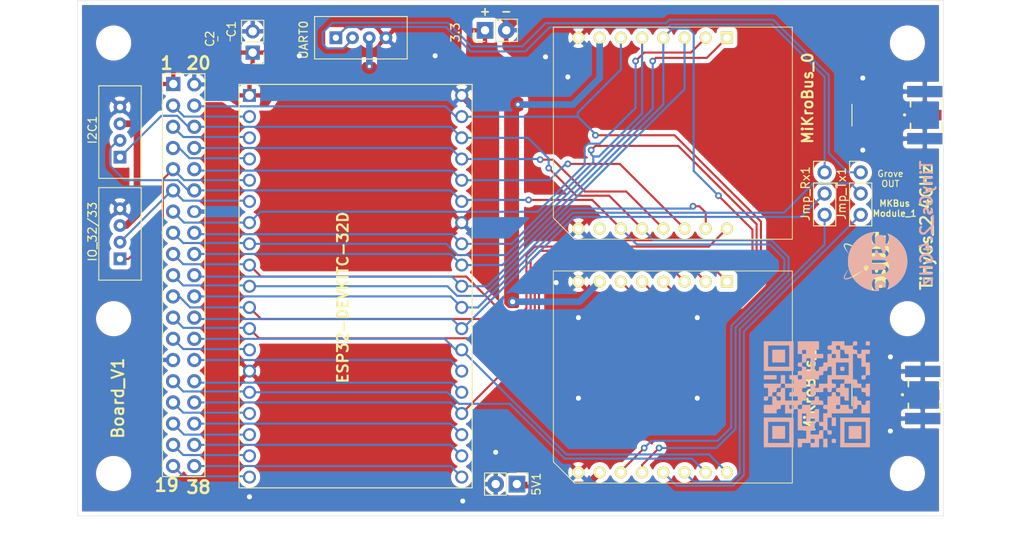
<source format=kicad_pcb>
(kicad_pcb (version 20171130) (host pcbnew "(5.1.10)-1")
  (title_block (title Carte_ESP_MiKroBus_V1))
  (layers (0 F.Cu signal) (31 B.Cu signal) (34 B.Paste user) (35 F.Paste user) (36 B.SilkS user) (37 F.SilkS user) (38 B.Mask user) (39 F.Mask user) (44 Edge.Cuts user))
  (net 0 "")
  (net 1 +3V3)
  (net 2 GNDREF)
  (net 3 /19)
  (net 4 /18)
  (net 5 /17)
  (net 6 /16)
  (net 7 /4)
  (net 8 /3)
  (net 9 /2)
  (net 10 /38)
  (net 11 /37)
  (net 12 /36)
  (net 13 NSS_1)
  (net 14 NSS_0)
  (net 15 SCK_0)
  (net 16 MISO_0)
  (net 17 I2C_SDA)
  (net 18 I2C_SCL)
  (net 19 MOSI_0)
  (net 20 "Net-(SMA_1-Pad1)")
  (net 21 "Net-(SMA_2-Pad1)")
  (net 22 UART0_Rx)
  (net 23 UART0_Tx)
  (net 24 UART2_Rx)
  (net 25 UART2_Tx)
  (net 26 UART2_Rx_MiKroBus)
  (net 27 UART2_Rx_grove)
  (net 28 UART2_Tx_MiKroBus)
  (net 29 UART2_Tx_grove)
  (net 30 PWM_1)
  (net 31 INT_0)
  (net 32 INT_1)
  (net 33 PWM_0)
  (net 34 AN_0)
  (net 35 AN_1)
  (net 36 "Net-(MiKroBus_0-Pad15)")
  (net 37 +5V)
  (net 38 /34)
  (net 39 /33)
  (net 40 IN35)
  (net 41 IN34)
  (net 42 /13)
  (net 43 Reset_1)
  (net 44 Reset_0)
  (module MIKROE-924:MIKROE924 (layer F.Cu) (at 121.412 50.673 270)
    (fp_text reference MiKroBus_1 (at 12.573 -9.906 90) (layer F.SilkS) (effects (font (size 1.27 1.27) (thickness 0.254))))
    (fp_text value MIKROE-924 hide)
    (pad 16 thru_hole circle (at 22.86 17.78) (size 1.445 1.445) (drill 0.889) (layers *.Cu *.Mask F.SilkS) (net 2 GNDREF))
    (pad 15 thru_hole circle (at 22.86 15.24) (size 1.445 1.445) (drill 0.889) (layers *.Cu *.Mask F.SilkS) (net 37 +5V))
    (pad 14 thru_hole circle (at 22.86 12.7) (size 1.445 1.445) (drill 0.889) (layers *.Cu *.Mask F.SilkS) (net 17 I2C_SDA))
    (pad 13 thru_hole circle (at 22.86 10.16) (size 1.445 1.445) (drill 0.889) (layers *.Cu *.Mask F.SilkS) (net 18 I2C_SCL))
    (pad 12 thru_hole circle (at 22.86 7.62) (size 1.445 1.445) (drill 0.889) (layers *.Cu *.Mask F.SilkS) (net 28 UART2_Tx_MiKroBus))
    (pad 11 thru_hole circle (at 22.86 5.08) (size 1.445 1.445) (drill 0.889) (layers *.Cu *.Mask F.SilkS) (net 26 UART2_Rx_MiKroBus))
    (pad 10 thru_hole circle (at 22.86 2.54) (size 1.445 1.445) (drill 0.889) (layers *.Cu *.Mask F.SilkS) (net 32 INT_1))
    (pad 9 thru_hole circle (at 22.86 0) (size 1.445 1.445) (drill 0.889) (layers *.Cu *.Mask F.SilkS) (net 30 PWM_1))
    (pad 8 thru_hole circle (at 0 17.78) (size 1.445 1.445) (drill 0.889) (layers *.Cu *.Mask F.SilkS) (net 2 GNDREF))
    (pad 7 thru_hole circle (at 0 15.24) (size 1.445 1.445) (drill 0.889) (layers *.Cu *.Mask F.SilkS) (net 1 +3V3))
    (pad 6 thru_hole circle (at 0 12.7) (size 1.445 1.445) (drill 0.889) (layers *.Cu *.Mask F.SilkS) (net 19 MOSI_0))
    (pad 5 thru_hole circle (at 0 10.16) (size 1.445 1.445) (drill 0.889) (layers *.Cu *.Mask F.SilkS) (net 16 MISO_0))
    (pad 4 thru_hole circle (at 0 7.62) (size 1.445 1.445) (drill 0.889) (layers *.Cu *.Mask F.SilkS) (net 15 SCK_0))
    (pad 3 thru_hole circle (at 0 5.08) (size 1.445 1.445) (drill 0.889) (layers *.Cu *.Mask F.SilkS) (net 13 NSS_1))
    (pad 2 thru_hole circle (at 0 2.54) (size 1.445 1.445) (drill 0.889) (layers *.Cu *.Mask F.SilkS) (net 43 Reset_1))
    (pad 1 thru_hole rect (at 0 0) (size 1.445 1.445) (drill 0.889) (layers *.Cu *.Mask F.SilkS) (net 35 AN_1))
  )
  (module MIKROE-924:MIKROE924 (layer F.Cu) (at 121.412 21.463 270)
    (fp_text reference MiKroBus_0 (at 7.239 -9.652 90) (layer F.SilkS) (effects (font (size 1.27 1.27) (thickness 0.254))))
    (fp_text value MIKROE-924 hide)
    (pad 1 thru_hole rect (at 0 0) (size 1.445 1.445) (drill 0.889) (layers *.Cu *.Mask F.SilkS) (net 34 AN_0))
    (pad 2 thru_hole circle (at 0 2.54) (size 1.445 1.445) (drill 0.889) (layers *.Cu *.Mask F.SilkS) (net 44 Reset_0))
    (pad 3 thru_hole circle (at 0 5.08) (size 1.445 1.445) (drill 0.889) (layers *.Cu *.Mask F.SilkS) (net 14 NSS_0))
    (pad 4 thru_hole circle (at 0 7.62) (size 1.445 1.445) (drill 0.889) (layers *.Cu *.Mask F.SilkS) (net 15 SCK_0))
    (pad 5 thru_hole circle (at 0 10.16) (size 1.445 1.445) (drill 0.889) (layers *.Cu *.Mask F.SilkS) (net 16 MISO_0))
    (pad 6 thru_hole circle (at 0 12.7) (size 1.445 1.445) (drill 0.889) (layers *.Cu *.Mask F.SilkS) (net 19 MOSI_0))
    (pad 7 thru_hole circle (at 0 15.24) (size 1.445 1.445) (drill 0.889) (layers *.Cu *.Mask F.SilkS) (net 1 +3V3))
    (pad 8 thru_hole circle (at 0 17.78) (size 1.445 1.445) (drill 0.889) (layers *.Cu *.Mask F.SilkS) (net 2 GNDREF))
    (pad 9 thru_hole circle (at 22.86 0) (size 1.445 1.445) (drill 0.889) (layers *.Cu *.Mask F.SilkS) (net 33 PWM_0))
    (pad 10 thru_hole circle (at 22.86 2.54) (size 1.445 1.445) (drill 0.889) (layers *.Cu *.Mask F.SilkS) (net 31 INT_0))
    (pad 11 thru_hole circle (at 22.86 5.08) (size 1.445 1.445) (drill 0.889) (layers *.Cu *.Mask F.SilkS) (net 22 UART0_Rx))
    (pad 12 thru_hole circle (at 22.86 7.62) (size 1.445 1.445) (drill 0.889) (layers *.Cu *.Mask F.SilkS) (net 23 UART0_Tx))
    (pad 13 thru_hole circle (at 22.86 10.16) (size 1.445 1.445) (drill 0.889) (layers *.Cu *.Mask F.SilkS) (net 18 I2C_SCL))
    (pad 14 thru_hole circle (at 22.86 12.7) (size 1.445 1.445) (drill 0.889) (layers *.Cu *.Mask F.SilkS) (net 17 I2C_SDA))
    (pad 15 thru_hole circle (at 22.86 15.24) (size 1.445 1.445) (drill 0.889) (layers *.Cu *.Mask F.SilkS) (net 36 "Net-(MiKroBus_0-Pad15)"))
    (pad 16 thru_hole circle (at 22.86 17.78) (size 1.445 1.445) (drill 0.889) (layers *.Cu *.Mask F.SilkS) (net 2 GNDREF))
  )
  (module Logos-image:QRCode_ThingSat_14.5x14.5 (layer B.Cu) (at 132.207 64.135)
    (fp_text reference G*** hide)
    (fp_text value LOGO hide)
  )
  (module Capacitor_SMD:C_0805_2012Metric_Pad1.18x1.45mm_HandSolder (layer F.Cu) (at 61.214 21.59 90)
    (fp_text reference C2 (at 0 -1.68 90) (layer F.SilkS))
    (fp_text value C)
    (pad 2 smd roundrect (at 1.0375 0 90) (size 1.175 1.45) (layers F.Cu F.Paste F.Mask) (roundrect_rratio 0.2127659574468085) (net 2 GNDREF))
    (pad 1 smd roundrect (at -1.0375 0 90) (size 1.175 1.45) (layers F.Cu F.Paste F.Mask) (roundrect_rratio 0.2127659574468085) (net 1 +3V3))
  )
  (module ESP32-DEVKITC-32D:MODULE_ESP32-DEVKITC-V4-32D (layer F.Cu) (at 76.962 48.133)
    (fp_text reference U1 hide)
    (fp_text value ESP32-DEVKITC-32D (at -1.524 4.445 90) (layer F.SilkS) (effects (font (size 1.27 1.27) (thickness 0.254))))
    (pad 1 thru_hole rect (at -12.7 -19.76) (size 1.56 1.56) (drill 1.04) (layers *.Cu *.Mask) (net 1 +3V3))
    (pad 2 thru_hole circle (at -12.7 -17.22) (size 1.56 1.56) (drill 1.04) (layers *.Cu *.Mask) (net 9 /2))
    (pad 19 thru_hole circle (at -12.7 25.96) (size 1.56 1.56) (drill 1.04) (layers *.Cu *.Mask) (net 3 /19))
    (pad 3 thru_hole circle (at -12.7 -14.68) (size 1.56 1.56) (drill 1.04) (layers *.Cu *.Mask) (net 8 /3))
    (pad 4 thru_hole circle (at -12.7 -12.14) (size 1.56 1.56) (drill 1.04) (layers *.Cu *.Mask) (net 7 /4))
    (pad 5 thru_hole circle (at -12.7 -9.6) (size 1.56 1.56) (drill 1.04) (layers *.Cu *.Mask) (net 41 IN34))
    (pad 6 thru_hole circle (at -12.7 -7.06) (size 1.56 1.56) (drill 1.04) (layers *.Cu *.Mask) (net 40 IN35))
    (pad 7 thru_hole circle (at -12.7 -4.52) (size 1.56 1.56) (drill 1.04) (layers *.Cu *.Mask) (net 44 Reset_0))
    (pad 8 thru_hole circle (at -12.7 -1.98) (size 1.56 1.56) (drill 1.04) (layers *.Cu *.Mask) (net 34 AN_0))
    (pad 9 thru_hole circle (at -12.7 0.56) (size 1.56 1.56) (drill 1.04) (layers *.Cu *.Mask) (net 33 PWM_0))
    (pad 10 thru_hole circle (at -12.7 3.1) (size 1.56 1.56) (drill 1.04) (layers *.Cu *.Mask) (net 31 INT_0))
    (pad 11 thru_hole circle (at -12.7 5.64) (size 1.56 1.56) (drill 1.04) (layers *.Cu *.Mask) (net 35 AN_1))
    (pad 12 thru_hole circle (at -12.7 8.18) (size 1.56 1.56) (drill 1.04) (layers *.Cu *.Mask) (net 43 Reset_1))
    (pad 13 thru_hole circle (at -12.7 10.72) (size 1.56 1.56) (drill 1.04) (layers *.Cu *.Mask) (net 42 /13))
    (pad 14 thru_hole circle (at -12.7 13.26) (size 1.56 1.56) (drill 1.04) (layers *.Cu *.Mask) (net 2 GNDREF))
    (pad 15 thru_hole circle (at -12.7 15.8) (size 1.56 1.56) (drill 1.04) (layers *.Cu *.Mask) (net 32 INT_1))
    (pad 16 thru_hole circle (at -12.7 18.34) (size 1.56 1.56) (drill 1.04) (layers *.Cu *.Mask) (net 6 /16))
    (pad 17 thru_hole circle (at -12.7 20.88) (size 1.56 1.56) (drill 1.04) (layers *.Cu *.Mask) (net 5 /17))
    (pad 18 thru_hole circle (at -12.7 23.42) (size 1.56 1.56) (drill 1.04) (layers *.Cu *.Mask) (net 4 /18))
    (pad 20 thru_hole circle (at 12.7 -19.76) (size 1.56 1.56) (drill 1.04) (layers *.Cu *.Mask) (net 2 GNDREF))
    (pad 21 thru_hole circle (at 12.7 -17.22) (size 1.56 1.56) (drill 1.04) (layers *.Cu *.Mask) (net 19 MOSI_0))
    (pad 22 thru_hole circle (at 12.7 -14.68) (size 1.56 1.56) (drill 1.04) (layers *.Cu *.Mask) (net 18 I2C_SCL))
    (pad 23 thru_hole circle (at 12.7 -12.14) (size 1.56 1.56) (drill 1.04) (layers *.Cu *.Mask) (net 23 UART0_Tx))
    (pad 24 thru_hole circle (at 12.7 -9.6) (size 1.56 1.56) (drill 1.04) (layers *.Cu *.Mask) (net 22 UART0_Rx))
    (pad 25 thru_hole circle (at 12.7 -7.06) (size 1.56 1.56) (drill 1.04) (layers *.Cu *.Mask) (net 17 I2C_SDA))
    (pad 26 thru_hole circle (at 12.7 -4.52) (size 1.56 1.56) (drill 1.04) (layers *.Cu *.Mask) (net 2 GNDREF))
    (pad 27 thru_hole circle (at 12.7 -1.98) (size 1.56 1.56) (drill 1.04) (layers *.Cu *.Mask) (net 16 MISO_0))
    (pad 28 thru_hole circle (at 12.7 0.56) (size 1.56 1.56) (drill 1.04) (layers *.Cu *.Mask) (net 15 SCK_0))
    (pad 29 thru_hole circle (at 12.7 3.1) (size 1.56 1.56) (drill 1.04) (layers *.Cu *.Mask) (net 14 NSS_0))
    (pad 30 thru_hole circle (at 12.7 5.64) (size 1.56 1.56) (drill 1.04) (layers *.Cu *.Mask) (net 25 UART2_Tx))
    (pad 31 thru_hole circle (at 12.7 8.18) (size 1.56 1.56) (drill 1.04) (layers *.Cu *.Mask) (net 24 UART2_Rx))
    (pad 32 thru_hole circle (at 12.7 10.72) (size 1.56 1.56) (drill 1.04) (layers *.Cu *.Mask) (net 30 PWM_1))
    (pad 33 thru_hole circle (at 12.7 13.26) (size 1.56 1.56) (drill 1.04) (layers *.Cu *.Mask) (net 39 /33))
    (pad 34 thru_hole circle (at 12.7 15.8) (size 1.56 1.56) (drill 1.04) (layers *.Cu *.Mask) (net 38 /34))
    (pad 35 thru_hole circle (at 12.7 18.34) (size 1.56 1.56) (drill 1.04) (layers *.Cu *.Mask) (net 13 NSS_1))
    (pad 36 thru_hole circle (at 12.7 20.88) (size 1.56 1.56) (drill 1.04) (layers *.Cu *.Mask) (net 12 /36))
    (pad 37 thru_hole circle (at 12.7 23.42) (size 1.56 1.56) (drill 1.04) (layers *.Cu *.Mask) (net 11 /37))
    (pad 38 thru_hole circle (at 12.7 25.96) (size 1.56 1.56) (drill 1.04) (layers *.Cu *.Mask) (net 10 /38))
  )
  (module Connector_PinHeader_2.54mm:PinHeader_1x02_P2.54mm_Vertical (layer F.Cu) (at 96.266 74.93 270)
    (fp_text reference 5V1 (at 0 -2.33 90) (layer F.SilkS))
    (fp_text value Conn_01x02)
    (pad 2 thru_hole oval (at 0 2.54 270) (size 2 2) (drill 1) (layers *.Cu *.Mask) (net 2 GNDREF))
    (pad 1 thru_hole rect (at 0 0 270) (size 2 2) (drill 1) (layers *.Cu *.Mask) (net 37 +5V))
  )
  (module Connector_PinHeader_2.54mm:PinHeader_1x02_P2.54mm_Vertical (layer F.Cu) (at 64.643 23.241 180)
    (fp_text reference C1 (at 2.54 2.794 90) (layer F.SilkS))
    (fp_text value C)
    (pad 2 thru_hole oval (at 0 2.54 180) (size 1.7 1.7) (drill 1) (layers *.Cu *.Mask) (net 2 GNDREF))
    (pad 1 thru_hole rect (at 0 0 180) (size 1.7 1.7) (drill 1) (layers *.Cu *.Mask) (net 1 +3V3))
  )
  (module Grove:Grove_4pin-2.00mm (layer F.Cu) (at 46.228 44.958 90)
    (fp_text reference IO_32/33 (at 0.254 -0.762 90) (layer F.SilkS))
    (fp_text value Grove)
    (pad 4 thru_hole circle (at 3 2.54 90) (size 1.524 1.524) (drill 0.762) (layers *.Cu *.Mask) (net 2 GNDREF))
    (pad 3 thru_hole circle (at 1 2.54 90) (size 1.524 1.524) (drill 0.762) (layers *.Cu *.Mask) (net 1 +3V3))
    (pad 1 thru_hole rect (at -3 2.54 90) (size 1.524 1.524) (drill 0.762) (layers *.Cu *.Mask) (net 41 IN34))
    (pad 2 thru_hole circle (at -1 2.54 90) (size 1.524 1.524) (drill 0.762) (layers *.Cu *.Mask) (net 40 IN35))
  )
  (module Connector_PinHeader_2.54mm:PinHeader_1x03_P2.54mm_Vertical (layer F.Cu) (at 137.414 37.592)
    (fp_text reference Jmp_Tx1 (at -2.286 2.54 90) (layer F.SilkS))
    (fp_text value Jumper_NC_Dual)
    (pad 3 thru_hole circle (at 0 5.08) (size 1.7 1.7) (drill 1) (layers *.Cu *.Mask) (net 28 UART2_Tx_MiKroBus))
    (pad 2 thru_hole circle (at 0 2.54) (size 1.7 1.7) (drill 1) (layers *.Cu *.Mask) (net 25 UART2_Tx))
    (pad 1 thru_hole circle (at 0 0) (size 1.7 1.7) (drill 1) (layers *.Cu *.Mask) (net 29 UART2_Tx_grove))
  )
  (module "test connecteur:conn_2x19_2.54mm_top_bot" (layer F.Cu) (at 52.578 24.511)
    (fp_text reference Connector_2x19)
    (fp_text value Conn_02x19_Top_Bottom)
    (pad 24 thru_hole oval (at 5.08 12.7) (size 1.7 1.7) (drill 1) (layers *.Cu *.Mask) (net 22 UART0_Rx))
    (pad 23 thru_hole oval (at 5.08 10.16) (size 1.7 1.7) (drill 1) (layers *.Cu *.Mask) (net 23 UART0_Tx))
    (pad 38 thru_hole oval (at 5.08 48.26) (size 1.7 1.7) (drill 1) (layers *.Cu *.Mask) (net 10 /38))
    (pad 37 thru_hole oval (at 5.08 45.72) (size 1.7 1.7) (drill 1) (layers *.Cu *.Mask) (net 11 /37))
    (pad 36 thru_hole oval (at 5.08 43.18) (size 1.7 1.7) (drill 1) (layers *.Cu *.Mask) (net 12 /36))
    (pad 35 thru_hole oval (at 5.08 40.64) (size 1.7 1.7) (drill 1) (layers *.Cu *.Mask) (net 13 NSS_1))
    (pad 34 thru_hole oval (at 5.08 38.1) (size 1.7 1.7) (drill 1) (layers *.Cu *.Mask) (net 38 /34))
    (pad 33 thru_hole oval (at 5.08 35.56) (size 1.7 1.7) (drill 1) (layers *.Cu *.Mask) (net 39 /33))
    (pad 32 thru_hole oval (at 5.08 33.02) (size 1.7 1.7) (drill 1) (layers *.Cu *.Mask) (net 30 PWM_1))
    (pad 31 thru_hole oval (at 5.08 30.48) (size 1.7 1.7) (drill 1) (layers *.Cu *.Mask) (net 24 UART2_Rx))
    (pad 30 thru_hole oval (at 5.08 27.94) (size 1.7 1.7) (drill 1) (layers *.Cu *.Mask) (net 25 UART2_Tx))
    (pad 29 thru_hole oval (at 5.08 25.4) (size 1.7 1.7) (drill 1) (layers *.Cu *.Mask) (net 14 NSS_0))
    (pad 28 thru_hole oval (at 5.08 22.86) (size 1.7 1.7) (drill 1) (layers *.Cu *.Mask) (net 15 SCK_0))
    (pad 27 thru_hole oval (at 5.08 20.32) (size 1.7 1.7) (drill 1) (layers *.Cu *.Mask) (net 16 MISO_0))
    (pad 26 thru_hole oval (at 5.08 17.78) (size 1.7 1.5) (drill 1) (layers *.Cu *.Mask) (net 2 GNDREF))
    (pad 25 thru_hole oval (at 5.08 15.24) (size 1.7 1.7) (drill 1) (layers *.Cu *.Mask) (net 17 I2C_SDA))
    (pad 22 thru_hole oval (at 5.08 7.62) (size 1.7 1.7) (drill 1) (layers *.Cu *.Mask) (net 18 I2C_SCL))
    (pad 21 thru_hole oval (at 5.08 5.08) (size 1.7 1.7) (drill 1) (layers *.Cu *.Mask) (net 19 MOSI_0))
    (pad 20 thru_hole oval (at 5.08 2.54) (size 1.7 1.7) (drill 1) (layers *.Cu *.Mask) (net 2 GNDREF))
    (pad 19 thru_hole oval (at 2.54 48.26) (size 1.7 1.7) (drill 1) (layers *.Cu *.Mask) (net 3 /19))
    (pad 18 thru_hole oval (at 2.54 45.72) (size 1.7 1.7) (drill 1) (layers *.Cu *.Mask) (net 4 /18))
    (pad 17 thru_hole oval (at 2.54 43.18) (size 1.7 1.7) (drill 1) (layers *.Cu *.Mask) (net 5 /17))
    (pad 16 thru_hole oval (at 2.54 40.64) (size 1.7 1.7) (drill 1) (layers *.Cu *.Mask) (net 6 /16))
    (pad 15 thru_hole oval (at 2.54 38.1) (size 1.7 1.7) (drill 1) (layers *.Cu *.Mask) (net 32 INT_1))
    (pad 14 thru_hole oval (at 2.54 35.56) (size 1.7 1.7) (drill 1) (layers *.Cu *.Mask) (net 2 GNDREF))
    (pad 13 thru_hole oval (at 2.54 33.02) (size 1.7 1.7) (drill 1) (layers *.Cu *.Mask) (net 42 /13))
    (pad 12 thru_hole oval (at 2.54 30.48) (size 1.7 1.7) (drill 1) (layers *.Cu *.Mask) (net 43 Reset_1))
    (pad 11 thru_hole oval (at 2.54 27.94) (size 1.7 1.7) (drill 1) (layers *.Cu *.Mask) (net 35 AN_1))
    (pad 10 thru_hole oval (at 2.54 25.4) (size 1.7 1.7) (drill 1) (layers *.Cu *.Mask) (net 31 INT_0))
    (pad 9 thru_hole oval (at 2.54 22.86) (size 1.7 1.7) (drill 1) (layers *.Cu *.Mask) (net 33 PWM_0))
    (pad 8 thru_hole oval (at 2.54 20.32) (size 1.7 1.7) (drill 1) (layers *.Cu *.Mask) (net 34 AN_0))
    (pad 7 thru_hole oval (at 2.54 17.78) (size 1.7 1.7) (drill 1) (layers *.Cu *.Mask) (net 44 Reset_0))
    (pad 6 thru_hole oval (at 2.54 15.24) (size 1.7 1.7) (drill 1) (layers *.Cu *.Mask) (net 40 IN35))
    (pad 5 thru_hole oval (at 2.54 12.7) (size 1.7 1.7) (drill 1) (layers *.Cu *.Mask) (net 41 IN34))
    (pad 4 thru_hole oval (at 2.54 10.16) (size 1.7 1.7) (drill 1) (layers *.Cu *.Mask) (net 7 /4))
    (pad 3 thru_hole oval (at 2.54 7.62) (size 1.7 1.7) (drill 1) (layers *.Cu *.Mask) (net 8 /3))
    (pad 2 thru_hole oval (at 2.54 5.08) (size 1.7 1.7) (drill 1) (layers *.Cu *.Mask) (net 9 /2))
    (pad 1 thru_hole rect (at 2.5654 2.4892) (size 1.7 1.7) (drill 1) (layers *.Cu *.Mask) (net 1 +3V3))
  )
  (module Connector_PinHeader_2.54mm:PinHeader_1x03_P2.54mm_Vertical (layer F.Cu) (at 133.096 37.592)
    (fp_text reference Jmp_Rx1 (at -2.286 2.54 90) (layer F.SilkS))
    (fp_text value Jumper_NC_Dual)
    (pad 3 thru_hole circle (at 0 5.08) (size 1.7 1.7) (drill 1) (layers *.Cu *.Mask) (net 26 UART2_Rx_MiKroBus))
    (pad 2 thru_hole circle (at 0 2.54) (size 1.7 1.7) (drill 1) (layers *.Cu *.Mask) (net 24 UART2_Rx))
    (pad 1 thru_hole circle (at 0 0) (size 1.7 1.7) (drill 1) (layers *.Cu *.Mask) (net 27 UART2_Rx_grove))
  )
  (module Grove:Grove_4pin-2.00mm (layer F.Cu) (at 77.597 18.923)
    (fp_text reference UART0 (at -6.858 2.794 270) (layer F.SilkS))
    (fp_text value Grove)
    (pad 4 thru_hole circle (at 3 2.54) (size 1.524 1.524) (drill 0.762) (layers *.Cu *.Mask) (net 2 GNDREF))
    (pad 3 thru_hole circle (at 1 2.54) (size 1.524 1.524) (drill 0.762) (layers *.Cu *.Mask) (net 1 +3V3))
    (pad 1 thru_hole rect (at -3 2.54) (size 1.524 1.524) (drill 0.762) (layers *.Cu *.Mask) (net 27 UART2_Rx_grove))
    (pad 2 thru_hole circle (at -1 2.54) (size 1.524 1.524) (drill 0.762) (layers *.Cu *.Mask) (net 29 UART2_Tx_grove))
  )
  (module Grove:Grove_4pin-2.00mm (layer F.Cu) (at 46.228 32.766 90)
    (fp_text reference I2C1 (at 0.254 -0.762 270) (layer F.SilkS))
    (fp_text value Grove)
    (pad 4 thru_hole circle (at 3 2.54 90) (size 1.524 1.524) (drill 0.762) (layers *.Cu *.Mask) (net 2 GNDREF))
    (pad 3 thru_hole circle (at 1 2.54 90) (size 1.524 1.524) (drill 0.762) (layers *.Cu *.Mask) (net 1 +3V3))
    (pad 1 thru_hole rect (at -3 2.54 90) (size 1.524 1.524) (drill 0.762) (layers *.Cu *.Mask) (net 18 I2C_SCL))
    (pad 2 thru_hole circle (at -1 2.54 90) (size 1.524 1.524) (drill 0.762) (layers *.Cu *.Mask) (net 17 I2C_SDA))
  )
  (module Connector_PinHeader_2.54mm:PinHeader_1x02_P2.54mm_Vertical (layer F.Cu) (at 92.456 20.574 90)
    (fp_text reference 3.3 (at -0.254 -3.556 90) (layer F.SilkS))
    (fp_text value Conn_01x02)
    (pad 2 thru_hole oval (at 0 2.54 90) (size 2 2) (drill 1) (layers *.Cu *.Mask) (net 2 GNDREF))
    (pad 1 thru_hole rect (at 0 0 90) (size 2 2) (drill 1) (layers *.Cu *.Mask) (net 1 +3V3))
  )
  (module MountingHole:MountingHole_3.2mm_M3 (layer F.Cu) (at 48.006 55.118)
    (fp_text reference REF**)
    (fp_text value MountingHole_3.2mm_M3)
    (pad 1 np_thru_hole circle (at 0 0) (size 3.2 3.2) (drill 3.2) (layers *.Cu *.Mask))
  )
  (module MountingHole:MountingHole_3.2mm_M3 (layer F.Cu) (at 143.002 55.118)
    (fp_text reference REF**)
    (fp_text value MountingHole_3.2mm_M3)
    (pad 1 np_thru_hole circle (at 0 0) (size 3.2 3.2) (drill 3.2) (layers *.Cu *.Mask))
  )
  (module Logos-image:Image-Csug_10x10 (layer B.Cu) (at 139.192 48.26 270)
    (fp_text reference G*** hide)
    (fp_text value LOGO hide)
  )
  (module Logos-image:Image-Csug_10x10 (layer F.Cu) (at 139.192 48.26 90)
    (fp_text reference G*** hide)
    (fp_text value LOGO hide)
  )
  (module MountingHole:MountingHole_3.2mm_M3 (layer F.Cu) (at 48.006 22.098)
    (fp_text reference REF** hide)
    (fp_text value MountingHole_3.2mm_M3)
    (pad 1 np_thru_hole circle (at 0 0) (size 3.2 3.2) (drill 3.2) (layers *.Cu *.Mask))
  )
  (module MountingHole:MountingHole_3.2mm_M3 (layer F.Cu) (at 48.006 73.66)
    (fp_text reference REF**)
    (fp_text value MountingHole_3.2mm_M3)
    (pad 1 np_thru_hole circle (at 0 0) (size 3.2 3.2) (drill 3.2) (layers *.Cu *.Mask))
  )
  (module MountingHole:MountingHole_3.2mm_M3 (layer F.Cu) (at 143.002 73.66)
    (fp_text reference REF**)
    (fp_text value MountingHole_3.2mm_M3)
    (pad 1 np_thru_hole circle (at 0 0) (size 3.2 3.2) (drill 3.2) (layers *.Cu *.Mask))
  )
  (module MountingHole:MountingHole_3.2mm_M3 (layer F.Cu) (at 143.002 22.098)
    (fp_text reference REF**)
    (fp_text value MountingHole_3.2mm_M3)
    (pad 1 np_thru_hole circle (at 0 0) (size 3.2 3.2) (drill 3.2) (layers *.Cu *.Mask))
  )
  (module "U:HRS_U.FL-R-SMT(01)" (layer F.Cu) (at 137.668 30.734 90)
    (fp_text reference UFL_2)
    (fp_text value "U.FL-R-SMT(01)")
    (pad 3 smd rect (at 0 1.55 90) (size 1.05 1.1) (layers F.Cu F.Paste F.Mask) (net 21 "Net-(SMA_2-Pad1)"))
    (pad 2 smd rect (at 1.475 0 90) (size 1.1 2.25) (layers F.Cu F.Paste F.Mask) (net 2 GNDREF))
    (pad 1 smd rect (at -1.475 0 90) (size 1.1 2.25) (layers F.Cu F.Paste F.Mask) (net 2 GNDREF))
  )
  (module "U:HRS_U.FL-R-SMT(01)" (layer F.Cu) (at 137.668 64.262 90)
    (fp_text reference UFL_1)
    (fp_text value "U.FL-R-SMT(01)")
    (pad 3 smd rect (at 0 1.55 90) (size 1.05 1.1) (layers F.Cu F.Paste F.Mask) (net 20 "Net-(SMA_1-Pad1)"))
    (pad 2 smd rect (at 1.475 0 90) (size 1.1 2.25) (layers F.Cu F.Paste F.Mask) (net 2 GNDREF))
    (pad 1 smd rect (at -1.475 0 90) (size 1.1 2.25) (layers F.Cu F.Paste F.Mask) (net 2 GNDREF))
  )
  (module SMA-J-P-H-ST-EM1:SAMTEC_SMA-J-P-H-ST-EM1 (layer F.Cu) (at 145.288 30.734 90)
    (fp_text reference SMA_2)
    (fp_text value SMA-J-P-H-ST-EM1)
    (pad 3_2 smd rect (at 2.825 -0.2 90) (size 1.35 4.2) (layers B.Cu B.Paste B.Mask) (net 2 GNDREF))
    (pad 2_2 smd rect (at -2.825 -0.2 90) (size 1.35 4.2) (layers B.Cu B.Paste B.Mask) (net 2 GNDREF))
    (pad 3_1 smd rect (at 2.825 -0.2 90) (size 1.35 4.2) (layers F.Cu F.Paste F.Mask) (net 2 GNDREF))
    (pad 2_1 smd rect (at -2.825 -0.2 90) (size 1.35 4.2) (layers F.Cu F.Paste F.Mask) (net 2 GNDREF))
    (pad 1 smd rect (at 0 0 90) (size 1.27 3.6) (layers F.Cu F.Paste F.Mask) (net 21 "Net-(SMA_2-Pad1)"))
  )
  (module SMA-J-P-H-ST-EM1:SAMTEC_SMA-J-P-H-ST-EM1 (layer F.Cu) (at 145.034 64.262 90)
    (fp_text reference SMA_1)
    (fp_text value SMA-J-P-H-ST-EM1)
    (pad 3_2 smd rect (at 2.825 -0.2 90) (size 1.35 4.2) (layers B.Cu B.Paste B.Mask) (net 2 GNDREF))
    (pad 2_2 smd rect (at -2.825 -0.2 90) (size 1.35 4.2) (layers B.Cu B.Paste B.Mask) (net 2 GNDREF))
    (pad 3_1 smd rect (at 2.825 -0.2 90) (size 1.35 4.2) (layers F.Cu F.Paste F.Mask) (net 2 GNDREF))
    (pad 2_1 smd rect (at -2.825 -0.2 90) (size 1.35 4.2) (layers F.Cu F.Paste F.Mask) (net 2 GNDREF))
    (pad 1 smd rect (at 0 0 90) (size 1.27 3.6) (layers F.Cu F.Paste F.Mask) (net 20 "Net-(SMA_1-Pad1)"))
  )
  (gr_text Board_V1 (at 48.514 64.643 90) (layer F.SilkS) (effects (font (size 1.4 1.4) (thickness 0.25))))
  (gr_text "MKBus\nModule_1" (at 141.478 41.91) (layer F.SilkS) (effects (font (size 0.75 0.75))))
  (gr_text "Grove\nOUT\n" (at 140.97 38.354) (layer F.SilkS) (effects (font (size 0.75 0.75) (thickness 0.125))))
  (gr_text + (at 92.456 18.288) (layer F.SilkS) (effects (font (size 1 1) (thickness 0.2))))
  (gr_text - (at 94.996 18.288) (layer F.SilkS) (effects (font (size 1 1) (thickness 0.2))))
  (gr_text 1 (at 54.356 24.511) (layer F.SilkS) (effects (font (size 1.5 1.5) (thickness 0.3))))
  (gr_text 38 (at 58.166 75.311) (layer F.SilkS) (effects (font (size 1.5 1.5) (thickness 0.3))))
  (gr_text 19 (at 54.356 75.057) (layer F.SilkS) (effects (font (size 1.5 1.5) (thickness 0.3))))
  (gr_text 20 (at 58.166 24.511) (layer F.SilkS) (effects (font (size 1.5 1.5) (thickness 0.3))))
  (gr_line (start 43.688 78.74) (end 43.688 17.018) (layer Edge.Cuts) (width 0.05))
  (gr_text TinyGs_2.4GHz (at 145.288 43.688 90) (layer B.SilkS) (effects (font (size 1.4 1.4) (thickness 0.25)) (justify mirror)))
  (gr_text TinyGs_2.4GHz (at 145.288 44.196 90) (layer F.SilkS) (effects (font (size 1.4 1.4) (thickness 0.25))))
  (gr_line (start 43.688 17.018) (end 147.32 17.018) (layer Edge.Cuts) (width 0.05))
  (gr_line (start 147.32 78.74) (end 43.688 78.74) (layer Edge.Cuts) (width 0.05))
  (gr_line (start 147.32 17.018) (end 147.32 78.74) (layer Edge.Cuts) (width 0.05))
  (via (at 95.758 53.086) (size 1.2) (drill 0.6) (layers F.Cu B.Cu) (net 1))
  (segment (start 106.13384 50.673) (end 106.172 50.673) (width 0.8) (layer B.Cu) (net 1))
  (via (at 78.613 24.892) (size 0.8) (drill 0.4) (layers F.Cu B.Cu) (net 1))
  (segment (start 48.768 43.958) (end 49.514 43.958) (width 0.8) (layer F.Cu) (net 1))
  (segment (start 49.514 43.958) (end 50.8 42.672) (width 0.8) (layer F.Cu) (net 1))
  (segment (start 50.8 42.672) (end 50.8 31.75) (width 0.8) (layer F.Cu) (net 1))
  (segment (start 50.8 31.75) (end 53.34 29.21) (width 0.8) (layer F.Cu) (net 1))
  (segment (start 53.34 29.21) (end 53.34 27.686) (width 0.8) (layer F.Cu) (net 1))
  (segment (start 50.784 31.766) (end 50.8 31.75) (width 0.8) (layer F.Cu) (net 1))
  (segment (start 48.768 31.766) (end 50.784 31.766) (width 0.8) (layer F.Cu) (net 1))
  (segment (start 103.759 53.086) (end 106.172 50.673) (width 0.8) (layer B.Cu) (net 1))
  (segment (start 95.758 53.086) (end 103.759 53.086) (width 0.8) (layer B.Cu) (net 1))
  (segment (start 78.613 21.479) (end 78.597 21.463) (width 0.8) (layer B.Cu) (net 1))
  (segment (start 78.613 24.892) (end 78.613 21.479) (width 0.8) (layer B.Cu) (net 1))
  (segment (start 106.172 21.463) (end 106.172 26.289) (width 0.8) (layer B.Cu) (net 1))
  (via (at 96.393 29.464) (size 0.8) (drill 0.4) (layers F.Cu B.Cu) (net 1))
  (segment (start 102.993999 29.467001) (end 96.396001 29.467001) (width 0.8) (layer B.Cu) (net 1))
  (segment (start 96.396001 29.467001) (end 96.393 29.464) (width 0.8) (layer B.Cu) (net 1))
  (segment (start 106.172 26.289) (end 102.993999 29.467001) (width 0.8) (layer B.Cu) (net 1))
  (via (at 140.97 68.58) (size 1.2) (drill 0.6) (layers F.Cu B.Cu) (net 2))
  (via (at 137.668 26.289) (size 1.2) (drill 0.6) (layers F.Cu B.Cu) (net 2))
  (segment (start 89.61 28.321) (end 89.662 28.373) (width 0.8) (layer B.Cu) (net 2))
  (segment (start 64.142001 61.512999) (end 64.262 61.393) (width 0.25) (layer F.Cu) (net 2))
  (segment (start 64.231999 61.423001) (end 64.262 61.393) (width 0.25) (layer B.Cu) (net 2))
  (segment (start 64.165001 61.296001) (end 64.262 61.393) (width 0.25) (layer B.Cu) (net 2))
  (segment (start 91.242001 42.032999) (end 89.662 43.613) (width 0.8) (layer F.Cu) (net 2))
  (segment (start 91.242001 29.953001) (end 91.242001 42.032999) (width 0.8) (layer F.Cu) (net 2))
  (segment (start 89.662 28.373) (end 91.242001 29.953001) (width 0.8) (layer F.Cu) (net 2))
  (segment (start 94.996 20.574) (end 94.996 19.371919) (width 0.8) (layer F.Cu) (net 2))
  (segment (start 94.708041 19.083959) (end 96.299959 19.083959) (width 0.8) (layer F.Cu) (net 2))
  (segment (start 96.393 19.177) (end 96.81001 18.75999) (width 0.8) (layer F.Cu) (net 2))
  (segment (start 96.299959 19.083959) (end 96.393 19.177) (width 0.8) (layer F.Cu) (net 2))
  (segment (start 94.996 19.371919) (end 94.708041 19.083959) (width 0.8) (layer F.Cu) (net 2))
  (segment (start 95.758 19.812) (end 95.436081 19.812) (width 0.8) (layer F.Cu) (net 2))
  (segment (start 95.436081 19.812) (end 94.996 19.371919) (width 0.8) (layer F.Cu) (net 2))
  (segment (start 94.996 20.574) (end 95.758 19.812) (width 0.8) (layer F.Cu) (net 2))
  (segment (start 95.758 19.812) (end 96.393 19.177) (width 0.8) (layer F.Cu) (net 2))
  (via (at 70.231 23.622) (size 1.2) (drill 0.6) (layers F.Cu B.Cu) (net 2))
  (segment (start 48.768 41.958) (end 48.816 41.958) (width 0.25) (layer B.Cu) (net 2))
  (segment (start 48.816 41.958) (end 49.149 42.291) (width 0.25) (layer B.Cu) (net 2))
  (via (at 86.487 23.622) (size 1.2) (drill 0.6) (layers F.Cu B.Cu) (net 2))
  (via (at 99.695 23.749) (size 1.2) (drill 0.6) (layers F.Cu B.Cu) (net 2))
  (via (at 93.726 71.12) (size 1.2) (drill 0.6) (layers F.Cu B.Cu) (net 2))
  (via (at 89.789 76.962) (size 1.2) (drill 0.6) (layers F.Cu B.Cu) (net 2))
  (via (at 64.262 76.454) (size 1.2) (drill 0.6) (layers F.Cu B.Cu) (net 2))
  (via (at 137.668 34.925) (size 1.2) (drill 0.6) (layers F.Cu B.Cu) (net 2))
  (via (at 140.97 59.69) (size 1.2) (drill 0.6) (layers F.Cu B.Cu) (net 2))
  (via (at 102.362 26.162) (size 1.2) (drill 0.6) (layers F.Cu B.Cu) (net 2))
  (via (at 103.632 54.991) (size 1.2) (drill 0.6) (layers F.Cu B.Cu) (net 2))
  (via (at 103.632 64.643) (size 1.2) (drill 0.6) (layers F.Cu B.Cu) (net 2))
  (via (at 117.856 54.991) (size 1.2) (drill 0.6) (layers F.Cu B.Cu) (net 2))
  (via (at 100.965 50.8) (size 1.2) (drill 0.6) (layers F.Cu B.Cu) (net 2))
  (via (at 117.856 64.643) (size 1.2) (drill 0.6) (layers F.Cu B.Cu) (net 2))
  (segment (start 64.165001 73.996001) (end 64.262 74.093) (width 0.25) (layer B.Cu) (net 3))
  (segment (start 56.343001 73.996001) (end 64.165001 73.996001) (width 0.25) (layer B.Cu) (net 3))
  (segment (start 55.118 72.771) (end 56.343001 73.996001) (width 0.25) (layer B.Cu) (net 3))
  (segment (start 64.231999 71.583001) (end 64.262 71.553) (width 0.25) (layer F.Cu) (net 4))
  (segment (start 64.142001 71.672999) (end 64.262 71.553) (width 0.25) (layer B.Cu) (net 4))
  (segment (start 64.165001 71.456001) (end 64.262 71.553) (width 0.25) (layer B.Cu) (net 4))
  (segment (start 56.343001 71.456001) (end 64.165001 71.456001) (width 0.25) (layer B.Cu) (net 4))
  (segment (start 55.118 70.231) (end 56.343001 71.456001) (width 0.25) (layer B.Cu) (net 4))
  (segment (start 64.231999 69.043001) (end 64.262 69.013) (width 0.25) (layer F.Cu) (net 5))
  (segment (start 64.254999 69.005999) (end 64.262 69.013) (width 0.25) (layer B.Cu) (net 5))
  (segment (start 56.432999 69.005999) (end 64.254999 69.005999) (width 0.25) (layer B.Cu) (net 5))
  (segment (start 55.118 67.691) (end 56.432999 69.005999) (width 0.25) (layer B.Cu) (net 5))
  (segment (start 64.231999 66.503001) (end 64.262 66.473) (width 0.25) (layer F.Cu) (net 6))
  (segment (start 64.142001 66.592999) (end 64.262 66.473) (width 0.25) (layer B.Cu) (net 6))
  (segment (start 64.165001 66.376001) (end 64.262 66.473) (width 0.25) (layer B.Cu) (net 6))
  (segment (start 56.343001 66.376001) (end 64.165001 66.376001) (width 0.25) (layer B.Cu) (net 6))
  (segment (start 55.118 65.151) (end 56.343001 66.376001) (width 0.25) (layer B.Cu) (net 6))
  (segment (start 64.262 35.993) (end 64.231999 36.023001) (width 0.25) (layer B.Cu) (net 7))
  (segment (start 64.165001 35.896001) (end 64.262 35.993) (width 0.25) (layer B.Cu) (net 7))
  (segment (start 57.069999 35.896001) (end 64.165001 35.896001) (width 0.25) (layer B.Cu) (net 7))
  (segment (start 55.844998 34.671) (end 57.069999 35.896001) (width 0.25) (layer B.Cu) (net 7))
  (segment (start 55.118 34.671) (end 55.844998 34.671) (width 0.25) (layer B.Cu) (net 7))
  (segment (start 64.231999 33.483001) (end 64.262 33.453) (width 0.25) (layer B.Cu) (net 8))
  (segment (start 64.165001 33.356001) (end 64.262 33.453) (width 0.25) (layer B.Cu) (net 8))
  (segment (start 56.343001 33.356001) (end 64.165001 33.356001) (width 0.25) (layer B.Cu) (net 8))
  (segment (start 55.118 32.131) (end 56.343001 33.356001) (width 0.25) (layer B.Cu) (net 8))
  (segment (start 64.262 30.913) (end 64.231999 30.943001) (width 0.25) (layer B.Cu) (net 9))
  (segment (start 64.254999 30.905999) (end 64.262 30.913) (width 0.25) (layer B.Cu) (net 9))
  (segment (start 56.432999 30.905999) (end 64.254999 30.905999) (width 0.25) (layer B.Cu) (net 9))
  (segment (start 55.118 29.591) (end 56.432999 30.905999) (width 0.25) (layer B.Cu) (net 9))
  (segment (start 88.34 72.771) (end 89.662 74.093) (width 0.25) (layer B.Cu) (net 10))
  (segment (start 57.658 72.771) (end 88.34 72.771) (width 0.25) (layer B.Cu) (net 10))
  (segment (start 88.34 70.231) (end 89.662 71.553) (width 0.25) (layer B.Cu) (net 11))
  (segment (start 57.658 70.231) (end 88.34 70.231) (width 0.25) (layer B.Cu) (net 11))
  (segment (start 88.34 67.691) (end 89.662 69.013) (width 0.25) (layer B.Cu) (net 12))
  (segment (start 57.658 67.691) (end 88.34 67.691) (width 0.25) (layer B.Cu) (net 12))
  (segment (start 88.34 65.151) (end 89.662 66.473) (width 0.25) (layer B.Cu) (net 13))
  (segment (start 57.658 65.151) (end 88.34 65.151) (width 0.25) (layer B.Cu) (net 13))
  (segment (start 98.90903 57.22597) (end 98.0065 58.1285) (width 0.25) (layer F.Cu) (net 13))
  (segment (start 98.90903 49.17297) (end 98.90903 57.22597) (width 0.25) (layer F.Cu) (net 13))
  (segment (start 100.076 48.006) (end 98.90903 49.17297) (width 0.25) (layer F.Cu) (net 13))
  (segment (start 113.665 48.006) (end 100.076 48.006) (width 0.25) (layer F.Cu) (net 13))
  (segment (start 116.332 50.673) (end 113.665 48.006) (width 0.25) (layer F.Cu) (net 13))
  (segment (start 89.662 66.473) (end 98.0065 58.1285) (width 0.25) (layer F.Cu) (net 13))
  (segment (start 57.824999 50.077999) (end 57.658 49.911) (width 0.25) (layer B.Cu) (net 14))
  (segment (start 88.506999 50.077999) (end 57.824999 50.077999) (width 0.25) (layer B.Cu) (net 14))
  (segment (start 89.662 51.233) (end 88.506999 50.077999) (width 0.25) (layer B.Cu) (net 14))
  (segment (start 116.332 27.623338) (end 116.332 23.622) (width 0.25) (layer B.Cu) (net 14))
  (segment (start 92.722338 51.233) (end 116.332 27.623338) (width 0.25) (layer B.Cu) (net 14))
  (segment (start 89.662 51.233) (end 92.722338 51.233) (width 0.25) (layer B.Cu) (net 14))
  (segment (start 116.332 23.622) (end 116.332 21.463) (width 0.25) (layer B.Cu) (net 14))
  (segment (start 116.332 25.579) (end 116.332 23.622) (width 0.25) (layer B.Cu) (net 14))
  (segment (start 88.34 47.371) (end 89.662 48.693) (width 0.25) (layer B.Cu) (net 15))
  (segment (start 57.658 47.371) (end 88.34 47.371) (width 0.25) (layer B.Cu) (net 15))
  (segment (start 94.555218 48.693) (end 113.792 29.456218) (width 0.25) (layer B.Cu) (net 15))
  (segment (start 89.662 48.693) (end 94.555218 48.693) (width 0.25) (layer B.Cu) (net 15))
  (segment (start 113.792 29.456218) (end 113.792 26.924) (width 0.25) (layer B.Cu) (net 15))
  (segment (start 113.792 26.924) (end 113.792 27.41188) (width 0.25) (layer B.Cu) (net 15))
  (segment (start 113.792 21.463) (end 113.792 26.924) (width 0.25) (layer B.Cu) (net 15))
  (segment (start 113.792 50.673) (end 115.443 52.324) (width 0.25) (layer F.Cu) (net 15))
  (segment (start 115.443 52.324) (end 122.428 52.324) (width 0.25) (layer F.Cu) (net 15))
  (segment (start 122.428 52.324) (end 124.46 50.292) (width 0.25) (layer F.Cu) (net 15))
  (segment (start 124.46 50.292) (end 124.46 44.45) (width 0.25) (layer F.Cu) (net 15))
  (via (at 120.396 40.386) (size 0.8) (drill 0.4) (layers F.Cu B.Cu) (net 15))
  (segment (start 124.46 44.45) (end 120.396 40.386) (width 0.25) (layer F.Cu) (net 15))
  (segment (start 114.889501 20.365499) (end 113.792 21.463) (width 0.25) (layer B.Cu) (net 15))
  (segment (start 116.858801 20.365499) (end 114.889501 20.365499) (width 0.25) (layer B.Cu) (net 15))
  (segment (start 117.429501 20.936199) (end 116.858801 20.365499) (width 0.25) (layer B.Cu) (net 15))
  (segment (start 117.429501 37.419501) (end 117.429501 20.936199) (width 0.25) (layer B.Cu) (net 15))
  (segment (start 120.396 40.386) (end 117.429501 37.419501) (width 0.25) (layer B.Cu) (net 15))
  (segment (start 57.824999 44.997999) (end 57.658 44.831) (width 0.25) (layer B.Cu) (net 16))
  (segment (start 88.506999 44.997999) (end 57.824999 44.997999) (width 0.25) (layer B.Cu) (net 16))
  (segment (start 89.662 46.153) (end 88.506999 44.997999) (width 0.25) (layer B.Cu) (net 16))
  (via (at 105.156 34.925) (size 0.8) (drill 0.4) (layers F.Cu B.Cu) (net 16))
  (segment (start 105.156 35.433) (end 105.156 34.925) (width 0.25) (layer B.Cu) (net 16))
  (segment (start 113.411 52.832) (end 111.252 50.673) (width 0.25) (layer F.Cu) (net 16))
  (segment (start 122.62712 52.832) (end 113.411 52.832) (width 0.25) (layer F.Cu) (net 16))
  (segment (start 105.156 34.925) (end 105.664 34.417) (width 0.25) (layer F.Cu) (net 16))
  (segment (start 105.156 35.433) (end 105.41 35.687) (width 0.25) (layer B.Cu) (net 16))
  (segment (start 111.252 30.527098) (end 106.600098 35.179) (width 0.25) (layer B.Cu) (net 16))
  (segment (start 111.252 21.463) (end 111.252 30.527098) (width 0.25) (layer B.Cu) (net 16))
  (segment (start 106.600098 35.179) (end 106.600098 35.186782) (width 0.25) (layer B.Cu) (net 16))
  (segment (start 106.09988 35.687) (end 105.664 35.687) (width 0.25) (layer B.Cu) (net 16))
  (segment (start 106.600098 35.186782) (end 106.09988 35.687) (width 0.25) (layer B.Cu) (net 16))
  (segment (start 105.664 35.687) (end 105.41 35.687) (width 0.25) (layer B.Cu) (net 16))
  (segment (start 105.965098 35.687) (end 105.664 35.687) (width 0.25) (layer B.Cu) (net 16))
  (segment (start 95.302 46.153) (end 89.662 46.153) (width 0.25) (layer B.Cu) (net 16))
  (segment (start 95.63388 46.153) (end 95.302 46.153) (width 0.25) (layer B.Cu) (net 16))
  (segment (start 105.41 36.37688) (end 95.63388 46.153) (width 0.25) (layer B.Cu) (net 16))
  (segment (start 105.41 35.687) (end 105.41 36.37688) (width 0.25) (layer B.Cu) (net 16))
  (segment (start 115.574002 34.417) (end 105.664 34.417) (width 0.25) (layer F.Cu) (net 16))
  (segment (start 124.845002 43.688) (end 115.574002 34.417) (width 0.25) (layer F.Cu) (net 16))
  (segment (start 124.845002 43.688) (end 124.845002 43.692002) (width 0.25) (layer F.Cu) (net 16))
  (segment (start 124.96001 50.49911) (end 124.55956 50.89956) (width 0.25) (layer F.Cu) (net 16))
  (segment (start 124.845002 43.692002) (end 124.96001 43.80701) (width 0.25) (layer F.Cu) (net 16))
  (segment (start 124.96001 43.80701) (end 124.96001 50.49911) (width 0.25) (layer F.Cu) (net 16))
  (segment (start 124.55956 50.89956) (end 122.62712 52.832) (width 0.25) (layer F.Cu) (net 16))
  (segment (start 124.968 50.49112) (end 124.55956 50.89956) (width 0.25) (layer F.Cu) (net 16))
  (segment (start 88.34 39.751) (end 89.662 41.073) (width 0.25) (layer B.Cu) (net 17))
  (segment (start 57.658 39.751) (end 88.34 39.751) (width 0.25) (layer B.Cu) (net 17))
  (segment (start 57.404 39.751) (end 57.658 39.751) (width 0.25) (layer B.Cu) (net 17))
  (segment (start 48.53 33.766) (end 48.768 33.766) (width 0.25) (layer B.Cu) (net 17))
  (segment (start 47.630999 36.828001) (end 47.630999 34.665001) (width 0.25) (layer B.Cu) (net 17))
  (segment (start 49.328997 38.525999) (end 47.630999 36.828001) (width 0.25) (layer B.Cu) (net 17))
  (segment (start 55.706001 38.525999) (end 49.328997 38.525999) (width 0.25) (layer B.Cu) (net 17))
  (segment (start 56.931002 39.751) (end 55.706001 38.525999) (width 0.25) (layer B.Cu) (net 17))
  (segment (start 47.630999 34.665001) (end 48.53 33.766) (width 0.25) (layer B.Cu) (net 17))
  (segment (start 57.658 39.751) (end 56.931002 39.751) (width 0.25) (layer B.Cu) (net 17))
  (segment (start 105.283 40.894) (end 108.712 44.323) (width 0.25) (layer F.Cu) (net 17))
  (segment (start 99.06 40.894) (end 105.283 40.894) (width 0.25) (layer F.Cu) (net 17))
  (segment (start 128.27 47.95112) (end 128.27 49.022) (width 0.25) (layer B.Cu) (net 17))
  (segment (start 126.54688 46.228) (end 128.27 47.95112) (width 0.25) (layer B.Cu) (net 17))
  (segment (start 108.712 44.323) (end 110.617 46.228) (width 0.25) (layer B.Cu) (net 17))
  (segment (start 110.617 46.228) (end 126.54688 46.228) (width 0.25) (layer B.Cu) (net 17))
  (segment (start 128.27 49.022) (end 128.27 49.63976) (width 0.25) (layer B.Cu) (net 17))
  (segment (start 128.27 48.71312) (end 128.27 49.022) (width 0.25) (layer B.Cu) (net 17))
  (segment (start 121.93598 55.97378) (end 121.93598 56.62602) (width 0.25) (layer B.Cu) (net 17))
  (segment (start 128.27 49.63976) (end 121.93598 55.97378) (width 0.25) (layer B.Cu) (net 17))
  (segment (start 121.92 56.642) (end 121.92 68.12688) (width 0.25) (layer B.Cu) (net 17))
  (segment (start 121.93598 56.62602) (end 121.92 56.642) (width 0.25) (layer B.Cu) (net 17))
  (segment (start 121.92 68.12688) (end 120.29644 69.75044) (width 0.25) (layer B.Cu) (net 17))
  (via (at 111.506 70.60699) (size 0.8) (drill 0.4) (layers F.Cu B.Cu) (net 17))
  (segment (start 112.36255 69.75044) (end 111.506 70.60699) (width 0.25) (layer B.Cu) (net 17))
  (segment (start 120.29644 69.75044) (end 112.36255 69.75044) (width 0.25) (layer B.Cu) (net 17))
  (segment (start 108.712 73.40099) (end 108.712 73.533) (width 0.25) (layer F.Cu) (net 17))
  (segment (start 111.506 70.60699) (end 108.712 73.40099) (width 0.25) (layer F.Cu) (net 17))
  (segment (start 99.06 40.894) (end 98.044 40.894) (width 0.25) (layer F.Cu) (net 17))
  (via (at 97.663 40.894) (size 0.8) (drill 0.4) (layers F.Cu B.Cu) (net 17))
  (segment (start 98.044 40.894) (end 97.663 40.894) (width 0.25) (layer F.Cu) (net 17))
  (segment (start 89.841 40.894) (end 89.662 41.073) (width 0.25) (layer B.Cu) (net 17))
  (segment (start 97.663 40.894) (end 89.841 40.894) (width 0.25) (layer B.Cu) (net 17))
  (segment (start 88.34 32.131) (end 89.662 33.453) (width 0.25) (layer B.Cu) (net 18))
  (segment (start 57.658 32.131) (end 88.34 32.131) (width 0.25) (layer B.Cu) (net 18))
  (segment (start 57.658 32.131) (end 56.931002 32.131) (width 0.25) (layer B.Cu) (net 18))
  (segment (start 56.931002 32.131) (end 55.616003 30.816001) (width 0.25) (layer B.Cu) (net 18))
  (segment (start 53.717999 30.816001) (end 55.200001 30.816001) (width 0.25) (layer B.Cu) (net 18))
  (segment (start 48.768 35.766) (end 53.717999 30.816001) (width 0.25) (layer B.Cu) (net 18))
  (segment (start 55.200001 30.816001) (end 55.616003 30.816001) (width 0.25) (layer B.Cu) (net 18))
  (segment (start 53.765999 30.816001) (end 55.200001 30.816001) (width 0.25) (layer B.Cu) (net 18))
  (via (at 100.076 37.084) (size 0.8) (drill 0.4) (layers F.Cu B.Cu) (net 18))
  (segment (start 100.076 35.936998) (end 100.076 37.084) (width 0.25) (layer B.Cu) (net 18))
  (segment (start 97.592002 33.453) (end 100.076 35.936998) (width 0.25) (layer B.Cu) (net 18))
  (segment (start 89.662 33.453) (end 97.592002 33.453) (width 0.25) (layer B.Cu) (net 18))
  (segment (start 107.315 40.386) (end 109.7915 42.8625) (width 0.25) (layer F.Cu) (net 18))
  (segment (start 103.378 40.386) (end 107.315 40.386) (width 0.25) (layer F.Cu) (net 18))
  (segment (start 100.076 37.084) (end 103.378 40.386) (width 0.25) (layer F.Cu) (net 18))
  (segment (start 109.7915 42.8625) (end 111.252 44.323) (width 0.25) (layer F.Cu) (net 18))
  (segment (start 109.56494 42.63594) (end 109.7915 42.8625) (width 0.25) (layer F.Cu) (net 18))
  (segment (start 111.252 44.323) (end 112.649 45.72) (width 0.25) (layer B.Cu) (net 18))
  (via (at 113.284 70.60699) (size 0.8) (drill 0.4) (layers F.Cu B.Cu) (net 18))
  (segment (start 111.252 72.63899) (end 111.252 73.533) (width 0.25) (layer F.Cu) (net 18))
  (segment (start 113.284 70.60699) (end 111.252 72.63899) (width 0.25) (layer F.Cu) (net 18))
  (segment (start 126.746 45.72) (end 125.73 45.72) (width 0.25) (layer B.Cu) (net 18))
  (segment (start 128.778 47.752) (end 126.746 45.72) (width 0.25) (layer B.Cu) (net 18))
  (segment (start 128.778 49.83888) (end 128.778 47.752) (width 0.25) (layer B.Cu) (net 18))
  (segment (start 122.43599 68.31801) (end 122.43599 56.18089) (width 0.25) (layer B.Cu) (net 18))
  (segment (start 122.43599 56.18089) (end 128.778 49.83888) (width 0.25) (layer B.Cu) (net 18))
  (segment (start 113.28901 70.612) (end 120.142 70.612) (width 0.25) (layer B.Cu) (net 18))
  (segment (start 120.142 70.612) (end 122.43599 68.31801) (width 0.25) (layer B.Cu) (net 18))
  (segment (start 113.284 70.60699) (end 113.28901 70.612) (width 0.25) (layer B.Cu) (net 18))
  (segment (start 125.73 45.72) (end 125.984 45.72) (width 0.25) (layer B.Cu) (net 18))
  (segment (start 112.649 45.72) (end 125.73 45.72) (width 0.25) (layer B.Cu) (net 18))
  (segment (start 57.658 29.591) (end 57.745001 29.678001) (width 0.25) (layer B.Cu) (net 19))
  (segment (start 68.667001 29.678001) (end 87.719881 29.678001) (width 0.25) (layer B.Cu) (net 19))
  (segment (start 87.719881 29.678001) (end 89.30844 31.26656) (width 0.25) (layer B.Cu) (net 19))
  (segment (start 62.444001 29.678001) (end 68.667001 29.678001) (width 0.25) (layer B.Cu) (net 19))
  (segment (start 57.745001 29.678001) (end 62.444001 29.678001) (width 0.25) (layer B.Cu) (net 19))
  (via (at 105.664 33.147) (size 0.8) (drill 0.4) (layers F.Cu B.Cu) (net 19))
  (segment (start 108.585 21.463) (end 108.712 21.463) (width 0.25) (layer B.Cu) (net 19))
  (segment (start 103.5685 30.9245) (end 103.5685 30.4165) (width 0.25) (layer B.Cu) (net 19))
  (segment (start 103.5685 30.9245) (end 104.394 31.75) (width 0.25) (layer B.Cu) (net 19))
  (segment (start 115.13412 33.147) (end 105.664 33.147) (width 0.25) (layer F.Cu) (net 19))
  (segment (start 125.476 43.48888) (end 115.13412 33.147) (width 0.25) (layer F.Cu) (net 19))
  (segment (start 125.476 50.8) (end 125.476 43.48888) (width 0.25) (layer F.Cu) (net 19))
  (segment (start 122.936 53.34) (end 125.476 50.8) (width 0.25) (layer F.Cu) (net 19))
  (segment (start 111.379 53.34) (end 122.936 53.34) (width 0.25) (layer F.Cu) (net 19))
  (segment (start 108.712 50.673) (end 111.379 53.34) (width 0.25) (layer F.Cu) (net 19))
  (segment (start 108.712 25.273) (end 103.5685 30.4165) (width 0.25) (layer B.Cu) (net 19))
  (segment (start 108.712 21.463) (end 108.712 25.273) (width 0.25) (layer B.Cu) (net 19))
  (segment (start 105.664 33.147) (end 105.664 33.02) (width 0.25) (layer B.Cu) (net 19))
  (segment (start 105.664 33.02) (end 104.394 31.75) (width 0.25) (layer B.Cu) (net 19))
  (segment (start 89.6735 30.9245) (end 89.662 30.913) (width 0.25) (layer B.Cu) (net 19))
  (segment (start 103.5685 30.9245) (end 89.6735 30.9245) (width 0.25) (layer B.Cu) (net 19))
  (segment (start 140.742 64.262) (end 145.034 64.262) (width 0.25) (layer F.Cu) (net 20))
  (segment (start 140.742 64.262) (end 139.726 64.262) (width 0.25) (layer F.Cu) (net 20))
  (segment (start 145.288 30.734) (end 140.234 30.734) (width 0.25) (layer F.Cu) (net 21))
  (segment (start 140.234 30.734) (end 139.218 30.734) (width 0.25) (layer F.Cu) (net 21))
  (segment (start 57.824999 37.377999) (end 57.658 37.211) (width 0.25) (layer B.Cu) (net 22))
  (segment (start 88.506999 37.377999) (end 57.824999 37.377999) (width 0.25) (layer B.Cu) (net 22))
  (segment (start 89.662 38.533) (end 88.506999 37.377999) (width 0.25) (layer B.Cu) (net 22))
  (segment (start 89.662 38.533) (end 100.151 38.533) (width 0.25) (layer B.Cu) (net 22))
  (via (at 102.362 36.576) (size 0.8) (drill 0.4) (layers F.Cu B.Cu) (net 22))
  (segment (start 102.108 36.576) (end 102.362 36.576) (width 0.25) (layer B.Cu) (net 22))
  (segment (start 100.151 38.533) (end 102.108 36.576) (width 0.25) (layer B.Cu) (net 22))
  (segment (start 108.585 36.576) (end 116.332 44.323) (width 0.25) (layer F.Cu) (net 22))
  (segment (start 102.362 36.576) (end 108.585 36.576) (width 0.25) (layer F.Cu) (net 22))
  (segment (start 88.34 34.671) (end 89.662 35.993) (width 0.25) (layer B.Cu) (net 23))
  (segment (start 57.658 34.671) (end 88.34 34.671) (width 0.25) (layer B.Cu) (net 23))
  (segment (start 90.095 35.56) (end 89.662 35.993) (width 0.25) (layer B.Cu) (net 23))
  (segment (start 89.991 35.993) (end 89.662 35.993) (width 0.25) (layer B.Cu) (net 23))
  (via (at 99.06 36.068) (size 0.8) (drill 0.4) (layers F.Cu B.Cu) (net 23))
  (segment (start 98.985 35.993) (end 99.06 36.068) (width 0.25) (layer B.Cu) (net 23))
  (segment (start 89.662 35.993) (end 98.985 35.993) (width 0.25) (layer B.Cu) (net 23))
  (segment (start 109.35499 39.88599) (end 113.792 44.323) (width 0.25) (layer F.Cu) (net 23))
  (segment (start 104.40199 39.88599) (end 109.35499 39.88599) (width 0.25) (layer F.Cu) (net 23))
  (segment (start 100.584 36.068) (end 104.40199 39.88599) (width 0.25) (layer F.Cu) (net 23))
  (segment (start 99.06 36.068) (end 100.584 36.068) (width 0.25) (layer F.Cu) (net 23))
  (segment (start 57.824999 55.157999) (end 57.658 54.991) (width 0.25) (layer B.Cu) (net 24))
  (segment (start 88.506999 55.157999) (end 57.824999 55.157999) (width 0.25) (layer B.Cu) (net 24))
  (segment (start 89.662 56.313) (end 88.506999 55.157999) (width 0.25) (layer B.Cu) (net 24))
  (segment (start 90.017698 56.313) (end 89.662 56.313) (width 0.25) (layer B.Cu) (net 24))
  (segment (start 130.302 42.926) (end 133.096 40.132) (width 0.25) (layer B.Cu) (net 24))
  (segment (start 103.150698 42.926) (end 130.302 42.926) (width 0.25) (layer B.Cu) (net 24))
  (segment (start 89.763698 56.313) (end 103.150698 42.926) (width 0.25) (layer B.Cu) (net 24))
  (segment (start 88.34 52.451) (end 89.662 53.773) (width 0.25) (layer B.Cu) (net 25))
  (segment (start 57.658 52.451) (end 88.34 52.451) (width 0.25) (layer B.Cu) (net 25))
  (segment (start 91.596578 53.773) (end 89.662 53.773) (width 0.25) (layer B.Cu) (net 25))
  (segment (start 128.227008 42.42599) (end 102.943588 42.42599) (width 0.25) (layer B.Cu) (net 25))
  (segment (start 102.943588 42.42599) (end 91.596578 53.773) (width 0.25) (layer B.Cu) (net 25))
  (segment (start 137.414 40.132) (end 136.188999 38.906999) (width 0.25) (layer B.Cu) (net 25))
  (segment (start 131.745999 38.906999) (end 132.886999 38.906999) (width 0.25) (layer B.Cu) (net 25))
  (segment (start 128.227008 42.42599) (end 131.745999 38.906999) (width 0.25) (layer B.Cu) (net 25))
  (segment (start 132.886999 38.906999) (end 132.507999 38.906999) (width 0.25) (layer B.Cu) (net 25))
  (segment (start 136.188999 38.906999) (end 132.886999 38.906999) (width 0.25) (layer B.Cu) (net 25))
  (segment (start 133.096 42.672) (end 133.096 46.28288) (width 0.25) (layer B.Cu) (net 26))
  (segment (start 133.096 46.28288) (end 133.04112 46.28288) (width 0.25) (layer B.Cu) (net 26))
  (segment (start 133.04112 46.28288) (end 122.936 56.388) (width 0.25) (layer B.Cu) (net 26))
  (segment (start 117.429501 74.630501) (end 116.332 73.533) (width 0.25) (layer B.Cu) (net 26))
  (segment (start 121.938801 74.630501) (end 117.429501 74.630501) (width 0.25) (layer B.Cu) (net 26))
  (segment (start 122.936 73.633302) (end 121.938801 74.630501) (width 0.25) (layer B.Cu) (net 26))
  (segment (start 122.936 56.388) (end 122.936 73.633302) (width 0.25) (layer B.Cu) (net 26))
  (segment (start 114.332381 20.215499) (end 114.682391 19.865489) (width 0.25) (layer B.Cu) (net 27))
  (segment (start 100.180501 20.215499) (end 114.332381 20.215499) (width 0.25) (layer B.Cu) (net 27))
  (segment (start 116.786511 19.865489) (end 117.065911 19.865489) (width 0.25) (layer B.Cu) (net 27))
  (segment (start 114.682391 19.865489) (end 116.786511 19.865489) (width 0.25) (layer B.Cu) (net 27))
  (segment (start 133.096 26.162) (end 126.799489 19.865489) (width 0.25) (layer B.Cu) (net 27))
  (segment (start 126.799489 19.865489) (end 116.786511 19.865489) (width 0.25) (layer B.Cu) (net 27))
  (segment (start 133.096 37.592) (end 133.096 26.162) (width 0.25) (layer B.Cu) (net 27))
  (segment (start 90.724888 23.106008) (end 97.289992 23.106008) (width 0.25) (layer B.Cu) (net 27))
  (segment (start 97.289992 23.106008) (end 97.409 22.987) (width 0.25) (layer B.Cu) (net 27))
  (segment (start 74.597 21.463) (end 75.884001 20.175999) (width 0.25) (layer B.Cu) (net 27))
  (segment (start 97.409 22.987) (end 97.282 23.114) (width 0.25) (layer B.Cu) (net 27))
  (segment (start 100.180501 20.215499) (end 97.409 22.987) (width 0.25) (layer B.Cu) (net 27))
  (segment (start 87.794879 20.175999) (end 88.16544 20.54656) (width 0.25) (layer B.Cu) (net 27))
  (segment (start 75.884001 20.175999) (end 87.794879 20.175999) (width 0.25) (layer B.Cu) (net 27))
  (segment (start 88.16544 20.54656) (end 90.724888 23.106008) (width 0.25) (layer B.Cu) (net 27))
  (segment (start 87.921879 20.302999) (end 88.16544 20.54656) (width 0.25) (layer B.Cu) (net 27))
  (segment (start 115.389509 75.130509) (end 113.792 73.533) (width 0.25) (layer B.Cu) (net 28))
  (segment (start 122.145913 75.130509) (end 115.389509 75.130509) (width 0.25) (layer B.Cu) (net 28))
  (segment (start 123.43601 73.840412) (end 122.145913 75.130509) (width 0.25) (layer B.Cu) (net 28))
  (segment (start 123.43601 56.64999) (end 123.43601 73.840412) (width 0.25) (layer B.Cu) (net 28))
  (segment (start 137.414 42.672) (end 123.43601 56.64999) (width 0.25) (layer B.Cu) (net 28))
  (segment (start 133.59601 28.44001) (end 133.59601 28.24089) (width 0.25) (layer B.Cu) (net 29))
  (segment (start 135.89 37.592) (end 137.414 37.592) (width 0.25) (layer B.Cu) (net 29))
  (segment (start 133.59601 35.29801) (end 135.89 37.592) (width 0.25) (layer B.Cu) (net 29))
  (segment (start 133.59601 28.44001) (end 133.59601 35.29801) (width 0.25) (layer B.Cu) (net 29))
  (segment (start 133.59601 25.95489) (end 133.59601 28.44001) (width 0.25) (layer B.Cu) (net 29))
  (segment (start 126.94512 19.304) (end 133.59601 25.95489) (width 0.25) (layer B.Cu) (net 29))
  (segment (start 114.53676 19.304) (end 126.94512 19.304) (width 0.25) (layer B.Cu) (net 29))
  (segment (start 114.125271 19.715489) (end 114.53676 19.304) (width 0.25) (layer B.Cu) (net 29))
  (segment (start 100.172511 19.715489) (end 114.125271 19.715489) (width 0.25) (layer B.Cu) (net 29))
  (segment (start 99.918511 19.715489) (end 100.172511 19.715489) (width 0.25) (layer B.Cu) (net 29))
  (segment (start 75.526002 22.733) (end 76.597 21.662002) (width 0.25) (layer B.Cu) (net 29))
  (segment (start 73.533 22.733) (end 75.526002 22.733) (width 0.25) (layer B.Cu) (net 29))
  (segment (start 73.025 22.225) (end 73.533 22.733) (width 0.25) (layer B.Cu) (net 29))
  (segment (start 73.025 20.835998) (end 73.025 22.225) (width 0.25) (layer B.Cu) (net 29))
  (segment (start 88.001989 19.675989) (end 74.185009 19.675989) (width 0.25) (layer B.Cu) (net 29))
  (segment (start 90.822999 22.496999) (end 88.001989 19.675989) (width 0.25) (layer B.Cu) (net 29))
  (segment (start 96.918999 22.496999) (end 90.822999 22.496999) (width 0.25) (layer B.Cu) (net 29))
  (segment (start 76.597 21.662002) (end 76.597 21.463) (width 0.25) (layer B.Cu) (net 29))
  (segment (start 99.700509 19.715489) (end 96.918999 22.496999) (width 0.25) (layer B.Cu) (net 29))
  (segment (start 74.185009 19.675989) (end 73.025 20.835998) (width 0.25) (layer B.Cu) (net 29))
  (segment (start 100.172511 19.715489) (end 99.700509 19.715489) (width 0.25) (layer B.Cu) (net 29))
  (segment (start 89.16199 59.06011) (end 89.30844 59.20656) (width 0.25) (layer B.Cu) (net 30))
  (segment (start 87.63288 57.531) (end 89.16199 59.06011) (width 0.25) (layer B.Cu) (net 30))
  (segment (start 57.658 57.531) (end 87.63288 57.531) (width 0.25) (layer B.Cu) (net 30))
  (segment (start 89.662 58.853) (end 102.19099 71.38199) (width 0.25) (layer B.Cu) (net 30))
  (segment (start 118.345292 71.38199) (end 118.353282 71.374) (width 0.25) (layer B.Cu) (net 30))
  (segment (start 102.19099 71.38199) (end 118.345292 71.38199) (width 0.25) (layer B.Cu) (net 30))
  (segment (start 119.253 71.374) (end 121.412 73.533) (width 0.25) (layer B.Cu) (net 30))
  (segment (start 118.353282 71.374) (end 119.253 71.374) (width 0.25) (layer B.Cu) (net 30))
  (segment (start 64.262 51.233) (end 64.231999 51.263001) (width 0.25) (layer F.Cu) (net 31))
  (segment (start 64.231999 51.263001) (end 64.262 51.233) (width 0.25) (layer B.Cu) (net 31))
  (segment (start 64.165001 51.136001) (end 64.262 51.233) (width 0.25) (layer B.Cu) (net 31))
  (segment (start 56.343001 51.136001) (end 64.165001 51.136001) (width 0.25) (layer B.Cu) (net 31))
  (segment (start 55.118 49.911) (end 56.343001 51.136001) (width 0.25) (layer B.Cu) (net 31))
  (segment (start 118.872 42.926) (end 118.872 44.323) (width 0.25) (layer F.Cu) (net 31))
  (segment (start 118.872 42.926) (end 118.872 42.418) (width 0.25) (layer F.Cu) (net 31))
  (segment (start 118.872 42.418) (end 118.11 41.656) (width 0.25) (layer F.Cu) (net 31))
  (via (at 117.348 41.65099) (size 0.8) (drill 0.4) (layers F.Cu B.Cu) (net 31))
  (segment (start 117.35301 41.656) (end 117.348 41.65099) (width 0.25) (layer F.Cu) (net 31))
  (segment (start 118.11 41.656) (end 117.35301 41.656) (width 0.25) (layer F.Cu) (net 31))
  (segment (start 117.07301 41.92598) (end 117.348 41.65099) (width 0.25) (layer B.Cu) (net 31))
  (segment (start 102.736478 41.92598) (end 117.07301 41.92598) (width 0.25) (layer B.Cu) (net 31))
  (segment (start 92.274457 52.388001) (end 102.736478 41.92598) (width 0.25) (layer B.Cu) (net 31))
  (segment (start 89.107599 52.388001) (end 92.274457 52.388001) (width 0.25) (layer B.Cu) (net 31))
  (segment (start 87.952598 51.233) (end 89.107599 52.388001) (width 0.25) (layer B.Cu) (net 31))
  (segment (start 64.262 51.233) (end 87.952598 51.233) (width 0.25) (layer B.Cu) (net 31))
  (segment (start 117.221 71.882) (end 118.872 73.533) (width 0.25) (layer B.Cu) (net 32))
  (segment (start 64.142001 64.052999) (end 64.262 63.933) (width 0.25) (layer F.Cu) (net 32))
  (segment (start 64.165001 63.836001) (end 64.262 63.933) (width 0.25) (layer B.Cu) (net 32))
  (segment (start 56.343001 63.836001) (end 64.165001 63.836001) (width 0.25) (layer B.Cu) (net 32))
  (segment (start 55.118 62.611) (end 56.343001 63.836001) (width 0.25) (layer B.Cu) (net 32))
  (segment (start 89.337597 65.317999) (end 95.416999 65.317999) (width 0.25) (layer B.Cu) (net 32))
  (segment (start 87.952598 63.933) (end 89.337597 65.317999) (width 0.25) (layer B.Cu) (net 32))
  (segment (start 95.416999 65.317999) (end 101.981 71.882) (width 0.25) (layer B.Cu) (net 32))
  (segment (start 64.262 63.933) (end 87.952598 63.933) (width 0.25) (layer B.Cu) (net 32))
  (segment (start 101.981 71.882) (end 117.221 71.882) (width 0.25) (layer B.Cu) (net 32))
  (segment (start 64.231999 48.723001) (end 64.262 48.693) (width 0.25) (layer F.Cu) (net 33))
  (segment (start 64.231999 48.723001) (end 64.262 48.693) (width 0.25) (layer B.Cu) (net 33))
  (segment (start 64.165001 48.596001) (end 64.262 48.693) (width 0.25) (layer B.Cu) (net 33))
  (segment (start 56.343001 48.596001) (end 64.165001 48.596001) (width 0.25) (layer B.Cu) (net 33))
  (segment (start 55.118 47.371) (end 56.343001 48.596001) (width 0.25) (layer B.Cu) (net 33))
  (segment (start 119.253 46.482) (end 121.412 44.323) (width 0.25) (layer F.Cu) (net 33))
  (segment (start 103.632 46.482) (end 119.253 46.482) (width 0.25) (layer F.Cu) (net 33))
  (segment (start 103.378 46.482) (end 103.632 46.482) (width 0.25) (layer F.Cu) (net 33))
  (segment (start 98.425 46.482) (end 99.695 46.482) (width 0.25) (layer F.Cu) (net 33))
  (segment (start 97.409 47.498) (end 98.425 46.482) (width 0.25) (layer F.Cu) (net 33))
  (segment (start 97.409 53.848) (end 97.409 47.498) (width 0.25) (layer F.Cu) (net 33))
  (segment (start 96.647 54.61) (end 97.409 53.848) (width 0.25) (layer F.Cu) (net 33))
  (segment (start 93.472 53.34) (end 94.742 54.61) (width 0.25) (layer F.Cu) (net 33))
  (segment (start 64.262 48.693) (end 65.646999 50.077999) (width 0.25) (layer F.Cu) (net 33))
  (segment (start 94.742 54.61) (end 96.647 54.61) (width 0.25) (layer F.Cu) (net 33))
  (segment (start 99.695 46.482) (end 103.632 46.482) (width 0.25) (layer F.Cu) (net 33))
  (segment (start 99.314 46.482) (end 99.695 46.482) (width 0.25) (layer F.Cu) (net 33))
  (segment (start 90.216401 50.077999) (end 90.130001 50.077999) (width 0.25) (layer F.Cu) (net 33))
  (segment (start 93.472 53.333598) (end 90.216401 50.077999) (width 0.25) (layer F.Cu) (net 33))
  (segment (start 93.472 53.34) (end 93.472 53.333598) (width 0.25) (layer F.Cu) (net 33))
  (segment (start 65.646999 50.077999) (end 90.130001 50.077999) (width 0.25) (layer F.Cu) (net 33))
  (segment (start 64.262 46.153) (end 64.231999 46.183001) (width 0.25) (layer B.Cu) (net 34))
  (segment (start 64.165001 46.056001) (end 64.262 46.153) (width 0.25) (layer B.Cu) (net 34))
  (segment (start 56.343001 46.056001) (end 64.165001 46.056001) (width 0.25) (layer B.Cu) (net 34))
  (segment (start 55.118 44.831) (end 56.343001 46.056001) (width 0.25) (layer B.Cu) (net 34))
  (via (at 112.522 24.257) (size 0.8) (drill 0.4) (layers F.Cu B.Cu) (net 34))
  (segment (start 112.903 23.876) (end 112.522 24.257) (width 0.25) (layer F.Cu) (net 34))
  (segment (start 118.999 23.876) (end 112.903 23.876) (width 0.25) (layer F.Cu) (net 34))
  (segment (start 121.412 21.463) (end 118.999 23.876) (width 0.25) (layer F.Cu) (net 34))
  (segment (start 87.82912 46.153) (end 64.262 46.153) (width 0.25) (layer B.Cu) (net 34))
  (segment (start 94.996 47.498) (end 89.17412 47.498) (width 0.25) (layer B.Cu) (net 34))
  (segment (start 112.522 29.972) (end 94.996 47.498) (width 0.25) (layer B.Cu) (net 34))
  (segment (start 89.17412 47.498) (end 87.82912 46.153) (width 0.25) (layer B.Cu) (net 34))
  (segment (start 112.522 24.257) (end 112.522 29.972) (width 0.25) (layer B.Cu) (net 34))
  (segment (start 64.231999 53.803001) (end 64.262 53.773) (width 0.25) (layer F.Cu) (net 35))
  (segment (start 64.231999 53.803001) (end 64.262 53.773) (width 0.25) (layer B.Cu) (net 35))
  (segment (start 64.254999 53.765999) (end 64.262 53.773) (width 0.25) (layer B.Cu) (net 35))
  (segment (start 57.159997 53.765999) (end 64.254999 53.765999) (width 0.25) (layer B.Cu) (net 35))
  (segment (start 55.844998 52.451) (end 57.159997 53.765999) (width 0.25) (layer B.Cu) (net 35))
  (segment (start 55.118 52.451) (end 55.844998 52.451) (width 0.25) (layer B.Cu) (net 35))
  (segment (start 65.646999 55.157999) (end 64.262 53.773) (width 0.25) (layer F.Cu) (net 35))
  (segment (start 97.90901 48.14099) (end 97.90901 54.05511) (width 0.25) (layer F.Cu) (net 35))
  (segment (start 97.90901 54.05511) (end 96.806121 55.157999) (width 0.25) (layer F.Cu) (net 35))
  (segment (start 99.06 46.99) (end 97.90901 48.14099) (width 0.25) (layer F.Cu) (net 35))
  (segment (start 99.36888 46.99) (end 99.06 46.99) (width 0.25) (layer F.Cu) (net 35))
  (segment (start 99.37687 46.98201) (end 99.36888 46.99) (width 0.25) (layer F.Cu) (net 35))
  (segment (start 96.806121 55.157999) (end 65.646999 55.157999) (width 0.25) (layer F.Cu) (net 35))
  (segment (start 117.72101 46.98201) (end 99.37687 46.98201) (width 0.25) (layer F.Cu) (net 35))
  (segment (start 121.412 50.673) (end 117.72101 46.98201) (width 0.25) (layer F.Cu) (net 35))
  (segment (start 104.649499 75.055501) (end 106.172 73.533) (width 0.8) (layer F.Cu) (net 37))
  (segment (start 96.391501 75.055501) (end 104.649499 75.055501) (width 0.8) (layer F.Cu) (net 37))
  (segment (start 96.266 74.93) (end 96.391501 75.055501) (width 0.8) (layer F.Cu) (net 37))
  (segment (start 89.714 63.881) (end 89.662 63.933) (width 0.25) (layer B.Cu) (net 38))
  (segment (start 89.16199 64.14011) (end 89.30844 64.28656) (width 0.25) (layer B.Cu) (net 38))
  (segment (start 57.658 62.611) (end 57.785 62.738) (width 0.25) (layer B.Cu) (net 38))
  (segment (start 57.785 62.738) (end 57.824999 62.777999) (width 0.25) (layer B.Cu) (net 38))
  (segment (start 88.506999 62.777999) (end 66.841999 62.777999) (width 0.25) (layer B.Cu) (net 38))
  (segment (start 89.662 63.933) (end 88.506999 62.777999) (width 0.25) (layer B.Cu) (net 38))
  (segment (start 66.841999 62.777999) (end 66.968999 62.777999) (width 0.25) (layer B.Cu) (net 38))
  (segment (start 57.824999 62.777999) (end 66.841999 62.777999) (width 0.25) (layer B.Cu) (net 38))
  (segment (start 88.34 60.071) (end 89.662 61.393) (width 0.25) (layer B.Cu) (net 39))
  (segment (start 57.658 60.071) (end 88.34 60.071) (width 0.25) (layer B.Cu) (net 39))
  (segment (start 64.262 41.073) (end 64.231999 41.103001) (width 0.25) (layer B.Cu) (net 40))
  (segment (start 64.165001 40.976001) (end 64.262 41.073) (width 0.25) (layer B.Cu) (net 40))
  (segment (start 56.343001 40.976001) (end 64.165001 40.976001) (width 0.25) (layer B.Cu) (net 40))
  (segment (start 55.118 39.751) (end 56.343001 40.976001) (width 0.25) (layer B.Cu) (net 40))
  (segment (start 64.262 41.073) (end 64.254999 41.065999) (width 0.25) (layer B.Cu) (net 40))
  (segment (start 54.975 39.751) (end 55.118 39.751) (width 0.25) (layer B.Cu) (net 40))
  (segment (start 48.768 45.958) (end 54.975 39.751) (width 0.25) (layer B.Cu) (net 40))
  (segment (start 64.142001 38.652999) (end 64.262 38.533) (width 0.25) (layer B.Cu) (net 41))
  (segment (start 64.254999 38.525999) (end 64.262 38.533) (width 0.25) (layer B.Cu) (net 41))
  (segment (start 56.432999 38.525999) (end 64.254999 38.525999) (width 0.25) (layer B.Cu) (net 41))
  (segment (start 55.118 37.211) (end 56.432999 38.525999) (width 0.25) (layer B.Cu) (net 41))
  (segment (start 53.892999 38.436001) (end 55.118 37.211) (width 0.25) (layer F.Cu) (net 41))
  (segment (start 53.892999 43.845001) (end 53.892999 38.436001) (width 0.25) (layer F.Cu) (net 41))
  (segment (start 49.78 47.958) (end 53.892999 43.845001) (width 0.25) (layer F.Cu) (net 41))
  (segment (start 48.768 47.958) (end 49.78 47.958) (width 0.25) (layer F.Cu) (net 41))
  (segment (start 64.142001 58.972999) (end 64.262 58.853) (width 0.25) (layer F.Cu) (net 42))
  (segment (start 64.165001 58.756001) (end 64.262 58.853) (width 0.25) (layer B.Cu) (net 42))
  (segment (start 56.343001 58.756001) (end 64.165001 58.756001) (width 0.25) (layer B.Cu) (net 42))
  (segment (start 55.118 57.531) (end 56.343001 58.756001) (width 0.25) (layer B.Cu) (net 42))
  (segment (start 64.231999 56.343001) (end 64.262 56.313) (width 0.25) (layer F.Cu) (net 43))
  (segment (start 64.231999 56.343001) (end 64.262 56.313) (width 0.25) (layer B.Cu) (net 43))
  (segment (start 64.165001 56.216001) (end 64.262 56.313) (width 0.25) (layer B.Cu) (net 43))
  (segment (start 56.343001 56.216001) (end 64.165001 56.216001) (width 0.25) (layer B.Cu) (net 43))
  (segment (start 55.118 54.991) (end 56.343001 56.216001) (width 0.25) (layer B.Cu) (net 43))
  (segment (start 64.262 56.313) (end 65.417001 57.468001) (width 0.25) (layer F.Cu) (net 43))
  (segment (start 98.40902 54.26222) (end 95.203239 57.468001) (width 0.25) (layer F.Cu) (net 43))
  (segment (start 99.568 47.498) (end 98.40902 48.65698) (width 0.25) (layer F.Cu) (net 43))
  (segment (start 98.40902 48.65698) (end 98.40902 54.26222) (width 0.25) (layer F.Cu) (net 43))
  (segment (start 115.697 47.498) (end 99.568 47.498) (width 0.25) (layer F.Cu) (net 43))
  (segment (start 95.203239 57.468001) (end 95.060001 57.468001) (width 0.25) (layer F.Cu) (net 43))
  (segment (start 118.872 50.673) (end 115.697 47.498) (width 0.25) (layer F.Cu) (net 43))
  (segment (start 65.417001 57.468001) (end 95.060001 57.468001) (width 0.25) (layer F.Cu) (net 43))
  (segment (start 64.231999 43.643001) (end 64.262 43.613) (width 0.25) (layer F.Cu) (net 44))
  (segment (start 64.165001 43.516001) (end 64.262 43.613) (width 0.25) (layer B.Cu) (net 44))
  (segment (start 56.343001 43.516001) (end 55.118 42.291) (width 0.25) (layer B.Cu) (net 44))
  (segment (start 56.432999 43.605999) (end 56.343001 43.516001) (width 0.25) (layer B.Cu) (net 44))
  (segment (start 64.254999 43.605999) (end 56.432999 43.605999) (width 0.25) (layer B.Cu) (net 44))
  (segment (start 64.262 43.613) (end 64.254999 43.605999) (width 0.25) (layer B.Cu) (net 44))
  (segment (start 104.380999 34.552999) (end 104.380999 36.698761) (width 0.25) (layer B.Cu) (net 44))
  (segment (start 106.185001 34.149999) (end 104.783999 34.149999) (width 0.25) (layer B.Cu) (net 44))
  (segment (start 104.783999 34.149999) (end 104.380999 34.552999) (width 0.25) (layer B.Cu) (net 44))
  (segment (start 65.567001 42.307999) (end 64.262 43.613) (width 0.25) (layer B.Cu) (net 44))
  (segment (start 98.771761 42.307999) (end 65.567001 42.307999) (width 0.25) (layer B.Cu) (net 44))
  (segment (start 104.380999 36.698761) (end 98.771761 42.307999) (width 0.25) (layer B.Cu) (net 44))
  (via (at 110.477 24.257) (size 0.8) (drill 0.4) (layers F.Cu B.Cu) (net 44))
  (segment (start 108.966 31.369) (end 108.966 31.356) (width 0.25) (layer B.Cu) (net 44))
  (segment (start 118.872 21.463) (end 117.094 23.241) (width 0.25) (layer F.Cu) (net 44))
  (segment (start 111.493 23.241) (end 110.477 24.257) (width 0.25) (layer F.Cu) (net 44))
  (segment (start 117.094 23.241) (end 111.493 23.241) (width 0.25) (layer F.Cu) (net 44))
  (segment (start 110.477 29.858) (end 108.712 31.623) (width 0.25) (layer B.Cu) (net 44))
  (segment (start 110.477 24.257) (end 110.477 29.858) (width 0.25) (layer B.Cu) (net 44))
  (segment (start 108.712 31.623) (end 106.185001 34.149999) (width 0.25) (layer B.Cu) (net 44))
  (segment (start 108.966 31.369) (end 108.712 31.623) (width 0.25) (layer B.Cu) (net 44))
  (zone (net 2) (net_name GNDREF) (layer B.Cu) (connect_pads (clearance 0.508)) (min_thickness 0.254) (fill yes (arc_segments 32) (thermal_gap 0.508) (thermal_bridge_width 0.508))
    (polygon (pts (xy 146.939 78.232) (xy 43.942 78.232) (xy 43.942 17.272) (xy 147.066 17.272)))
  )
  (zone (net 1) (net_name +3V3) (layer F.Cu) (priority 2) (connect_pads (clearance 0.6)) (min_thickness 0.254) (fill yes (arc_segments 32) (thermal_gap 0.508) (thermal_bridge_width 0.508))
    (polygon (pts (xy 96.52 28.448) (xy 97.028 28.829) (xy 97.028 30.099) (xy 96.52 30.353) (xy 96.52 53.848) (xy 95.25 53.848) (xy 94.742 53.34) (xy 94.742 28.448) (xy 93.218 27.051) (xy 68.199 27.051) (xy 66.548 29.591) (xy 62.738 29.591) (xy 61.214 28.575) (xy 52.451 28.575) (xy 52.324 24.765) (xy 53.594 21.971) (xy 66.548 21.971) (xy 68.199 25.146) (xy 77.343 25.146) (xy 77.978 24.384) (xy 79.248 24.384) (xy 79.883 25.146) (xy 88.646 25.146) (xy 90.17 23.622) (xy 90.297 20.193) (xy 90.932 19.558) (xy 93.726 19.558) (xy 93.98 23.114) (xy 96.52 25.273)))
  )
  (zone (net 2) (net_name GNDREF) (layer F.Cu) (priority 1) (connect_pads (clearance 0.508)) (min_thickness 0.254) (fill yes (arc_segments 32) (thermal_gap 0.508) (thermal_bridge_width 0.508))
    (polygon (pts (xy 146.939 78.105) (xy 146.939 78.232) (xy 43.942 78.232) (xy 43.942 17.272) (xy 147.066 17.272)))
  )
)
</source>
